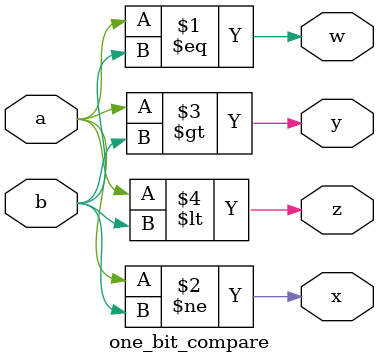
<source format=v>
`timescale 1ns / 1ps

module one_bit_compare(
input a,b,
output w,x,y,z
    );
    
assign w=a==b;
assign x=a!=b;
assign y=a>b;
assign z=a<b;

endmodule

</source>
